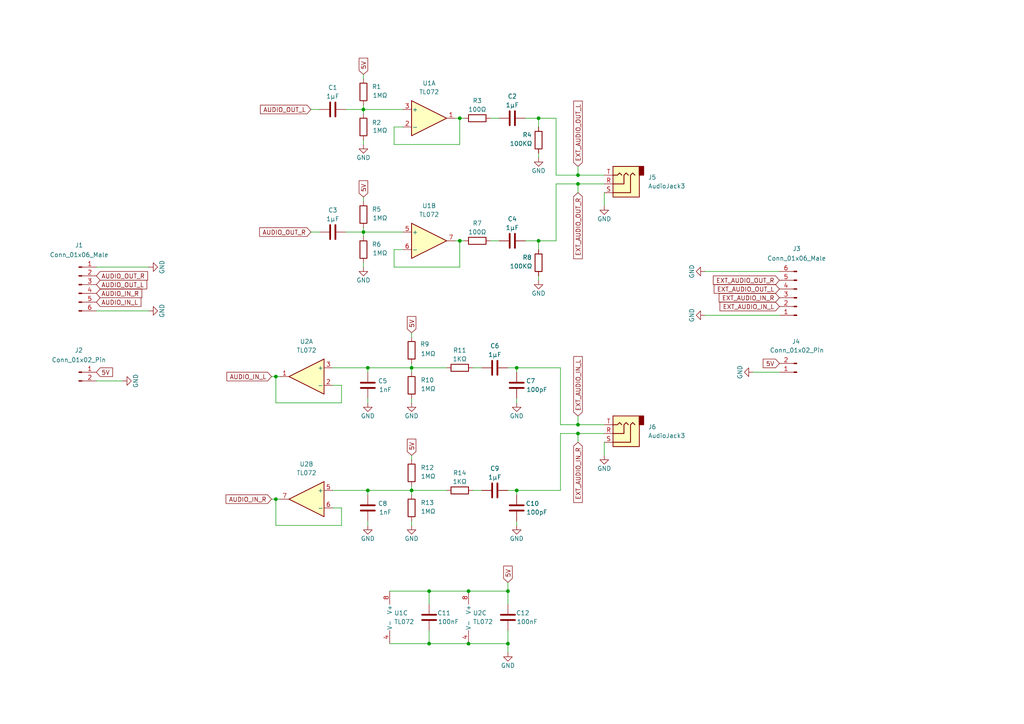
<source format=kicad_sch>
(kicad_sch (version 20231120) (generator "eeschema") (generator_version "8.0")
  (paper "A4")
  (title_block (title "Daisy Seed Development Kit Audio Buffer TL072") (date "2024-03-05") (rev "1.0.1"))
  (lib_symbols
    (symbol "Amplifier_Operational:TL072" (pin_names (offset 0.127))
      (property "Reference" "U" (at 0 5.08 0))
      (property "Value" "TL072" (at 0 -5.08 0))
      (symbol "TL072_1_1"
        (polyline (pts (xy -5.08 5.08) (xy 5.08 0) (xy -5.08 -5.08) (xy -5.08 5.08)) (stroke (width 0.254)) (fill (type background)))
        (pin output line (at 7.62 0 180) (length 2.54) (name "~") (number "1"))
        (pin input line (at -7.62 -2.54 0) (length 2.54) (name "-") (number "2"))
        (pin input line (at -7.62 2.54 0) (length 2.54) (name "+") (number "3"))
      )
      (symbol "TL072_2_1"
        (polyline (pts (xy -5.08 5.08) (xy 5.08 0) (xy -5.08 -5.08) (xy -5.08 5.08)) (stroke (width 0.254)) (fill (type background)))
        (pin input line (at -7.62 2.54 0) (length 2.54) (name "+") (number "5"))
        (pin input line (at -7.62 -2.54 0) (length 2.54) (name "-") (number "6"))
        (pin output line (at 7.62 0 180) (length 2.54) (name "~") (number "7"))
      )
      (symbol "TL072_3_1"
        (pin power_in line (at -2.54 -7.62 90) (length 3.81) (name "V-") (number "4"))
        (pin power_in line (at -2.54 7.62 270) (length 3.81) (name "V+") (number "8"))
      )
    )
    (symbol "Connector:AudioJack3"
      (property "Reference" "J" (at 0 8.89 0))
      (property "Value" "AudioJack3" (at 0 6.35 0))
      (symbol "AudioJack3_0_1"
        (rectangle (start -5.08 -5.08) (end -6.35 -2.54) (stroke (width 0.254)) (fill (type outline)))
        (polyline (pts (xy 0 -2.54) (xy 0.635 -3.175) (xy 1.27 -2.54) (xy 2.54 -2.54)) (stroke (width 0.254)))
        (polyline (pts (xy -1.905 -2.54) (xy -1.27 -3.175) (xy -0.635 -2.54) (xy -0.635 0) (xy 2.54 0)) (stroke (width 0.254)))
        (polyline (pts (xy 2.54 2.54) (xy -2.54 2.54) (xy -2.54 -2.54) (xy -3.175 -3.175) (xy -3.81 -2.54)) (stroke (width 0.254)))
        (rectangle (start 2.54 3.81) (end -5.08 -5.08) (stroke (width 0.254)) (fill (type background)))
      )
      (symbol "AudioJack3_1_1"
        (pin passive line (at 5.08 0 180) (length 2.54) (name "~") (number "R"))
        (pin passive line (at 5.08 2.54 180) (length 2.54) (name "~") (number "S"))
        (pin passive line (at 5.08 -2.54 180) (length 2.54) (name "~") (number "T"))
      )
    )
    (symbol "Connector:Conn_01x02_Pin" (pin_names (offset 1.016) hide)
      (property "Reference" "J" (at 0 2.54 0))
      (property "Value" "Conn_01x02_Pin" (at 0 -5.08 0))
      (symbol "Conn_01x02_Pin_1_1"
        (polyline (pts (xy 1.27 -2.54) (xy 0.8636 -2.54)) (stroke (width 0.1524)))
        (polyline (pts (xy 1.27 0) (xy 0.8636 0)) (stroke (width 0.1524)))
        (rectangle (start 0.8636 -2.413) (end 0 -2.667) (stroke (width 0.1524)) (fill (type outline)))
        (rectangle (start 0.8636 0.127) (end 0 -0.127) (stroke (width 0.1524)) (fill (type outline)))
        (pin passive line (at 5.08 0 180) (length 3.81) (name "Pin_1") (number "1"))
        (pin passive line (at 5.08 -2.54 180) (length 3.81) (name "Pin_2") (number "2"))
      )
    )
    (symbol "Connector:Conn_01x06_Male" (pin_names (offset 1.016) hide)
      (property "Reference" "J" (at 0 7.62 0))
      (property "Value" "Conn_01x06_Male" (at 0 -10.16 0))
      (symbol "Conn_01x06_Male_1_1"
        (polyline (pts (xy 1.27 -7.62) (xy 0.8636 -7.62)) (stroke (width 0.1524)))
        (polyline (pts (xy 1.27 -5.08) (xy 0.8636 -5.08)) (stroke (width 0.1524)))
        (polyline (pts (xy 1.27 -2.54) (xy 0.8636 -2.54)) (stroke (width 0.1524)))
        (polyline (pts (xy 1.27 0) (xy 0.8636 0)) (stroke (width 0.1524)))
        (polyline (pts (xy 1.27 2.54) (xy 0.8636 2.54)) (stroke (width 0.1524)))
        (polyline (pts (xy 1.27 5.08) (xy 0.8636 5.08)) (stroke (width 0.1524)))
        (rectangle (start 0.8636 -7.493) (end 0 -7.747) (stroke (width 0.1524)) (fill (type outline)))
        (rectangle (start 0.8636 -4.953) (end 0 -5.207) (stroke (width 0.1524)) (fill (type outline)))
        (rectangle (start 0.8636 -2.413) (end 0 -2.667) (stroke (width 0.1524)) (fill (type outline)))
        (rectangle (start 0.8636 0.127) (end 0 -0.127) (stroke (width 0.1524)) (fill (type outline)))
        (rectangle (start 0.8636 2.667) (end 0 2.413) (stroke (width 0.1524)) (fill (type outline)))
        (rectangle (start 0.8636 5.207) (end 0 4.953) (stroke (width 0.1524)) (fill (type outline)))
        (pin passive line (at 5.08 5.08 180) (length 3.81) (name "Pin_1") (number "1"))
        (pin passive line (at 5.08 2.54 180) (length 3.81) (name "Pin_2") (number "2"))
        (pin passive line (at 5.08 0 180) (length 3.81) (name "Pin_3") (number "3"))
        (pin passive line (at 5.08 -2.54 180) (length 3.81) (name "Pin_4") (number "4"))
        (pin passive line (at 5.08 -5.08 180) (length 3.81) (name "Pin_5") (number "5"))
        (pin passive line (at 5.08 -7.62 180) (length 3.81) (name "Pin_6") (number "6"))
      )
    )
    (symbol "Device:C" (pin_numbers hide) (pin_names (offset 0.254))
      (property "Reference" "C" (at 0.635 2.54 0))
      (property "Value" "C" (at 0.635 -2.54 0))
      (symbol "C_0_1"
        (polyline (pts (xy -2.032 -0.762) (xy 2.032 -0.762)) (stroke (width 0.508)))
        (polyline (pts (xy -2.032 0.762) (xy 2.032 0.762)) (stroke (width 0.508)))
      )
      (symbol "C_1_1"
        (pin passive line (at 0 3.81 270) (length 2.794) (name "~") (number "1"))
        (pin passive line (at 0 -3.81 90) (length 2.794) (name "~") (number "2"))
      )
    )
    (symbol "Device:R" (pin_numbers hide) (pin_names (offset 0))
      (property "Reference" "R" (at 2.032 0 90))
      (property "Value" "R" (at 0 0 90))
      (symbol "R_0_1"
        (rectangle (start -1.016 -2.54) (end 1.016 2.54) (stroke (width 0.254)))
      )
      (symbol "R_1_1"
        (pin passive line (at 0 3.81 270) (length 1.27) (name "~") (number "1"))
        (pin passive line (at 0 -3.81 90) (length 1.27) (name "~") (number "2"))
      )
    )
    (symbol "power:GND" (power) (pin_names (offset 0))
      (property "Value" "GND" (at 0 -3.81 0))
      (symbol "GND_0_1"
        (polyline (pts (xy 0 0) (xy 0 -1.27) (xy 1.27 -1.27) (xy 0 -2.54) (xy -1.27 -1.27) (xy 0 -1.27)))
      )
      (symbol "GND_1_1"
        (pin power_in line (at 0 0 270) (length 0) hide (name "GND") (number "1"))
      )
    )
  )
  (junction (at 80.01 109.22))
  (junction (at 124.46 171.45))
  (junction (at 147.32 171.45))
  (junction (at 133.35 69.85))
  (junction (at 135.89 171.45))
  (junction (at 119.38 106.68))
  (junction (at 156.21 69.85))
  (junction (at 106.68 142.24))
  (junction (at 105.41 31.75))
  (junction (at 167.64 123.19))
  (junction (at 149.86 106.68))
  (junction (at 147.32 186.69))
  (junction (at 105.41 67.31))
  (junction (at 119.38 142.24))
  (junction (at 135.89 186.69))
  (junction (at 156.21 34.29))
  (junction (at 106.68 106.68))
  (junction (at 167.64 125.73))
  (junction (at 133.35 34.29))
  (junction (at 80.01 144.78))
  (junction (at 149.86 142.24))
  (junction (at 167.64 53.34))
  (junction (at 124.46 186.69))
  (junction (at 167.64 50.8))
  (wire (pts (xy 204.47 91.44) (xy 226.06 91.44)))
  (wire (pts (xy 80.01 144.78) (xy 80.01 152.4)))
  (wire (pts (xy 96.52 147.32) (xy 99.06 147.32)))
  (wire (pts (xy 147.32 171.45) (xy 147.32 175.26)))
  (wire (pts (xy 116.84 36.83) (xy 114.3 36.83)))
  (wire (pts (xy 105.41 57.15) (xy 105.41 58.42)))
  (wire (pts (xy 156.21 34.29) (xy 161.29 34.29)))
  (wire (pts (xy 27.94 110.49) (xy 35.56 110.49)))
  (wire (pts (xy 175.26 53.34) (xy 167.64 53.34)))
  (wire (pts (xy 156.21 34.29) (xy 156.21 36.83)))
  (wire (pts (xy 119.38 115.57) (xy 119.38 116.84)))
  (wire (pts (xy 147.32 189.23) (xy 147.32 186.69)))
  (wire (pts (xy 149.86 142.24) (xy 162.56 142.24)))
  (wire (pts (xy 96.52 142.24) (xy 106.68 142.24)))
  (wire (pts (xy 96.52 106.68) (xy 106.68 106.68)))
  (wire (pts (xy 106.68 151.13) (xy 106.68 152.4)))
  (wire (pts (xy 113.03 171.45) (xy 124.46 171.45)))
  (wire (pts (xy 114.3 72.39) (xy 114.3 77.47)))
  (wire (pts (xy 105.41 66.04) (xy 105.41 67.31)))
  (wire (pts (xy 124.46 171.45) (xy 135.89 171.45)))
  (wire (pts (xy 156.21 69.85) (xy 156.21 72.39)))
  (wire (pts (xy 124.46 186.69) (xy 135.89 186.69)))
  (wire (pts (xy 161.29 34.29) (xy 161.29 50.8)))
  (wire (pts (xy 167.64 125.73) (xy 167.64 128.27)))
  (wire (pts (xy 99.06 147.32) (xy 99.06 152.4)))
  (wire (pts (xy 137.16 106.68) (xy 139.7 106.68)))
  (wire (pts (xy 161.29 50.8) (xy 167.64 50.8)))
  (wire (pts (xy 147.32 168.91) (xy 147.32 171.45)))
  (wire (pts (xy 167.64 125.73) (xy 175.26 125.73)))
  (wire (pts (xy 105.41 67.31) (xy 116.84 67.31)))
  (wire (pts (xy 133.35 34.29) (xy 134.62 34.29)))
  (wire (pts (xy 105.41 30.48) (xy 105.41 31.75)))
  (wire (pts (xy 106.68 142.24) (xy 119.38 142.24)))
  (wire (pts (xy 119.38 142.24) (xy 119.38 143.51)))
  (wire (pts (xy 162.56 125.73) (xy 167.64 125.73)))
  (wire (pts (xy 137.16 142.24) (xy 139.7 142.24)))
  (wire (pts (xy 132.08 34.29) (xy 133.35 34.29)))
  (wire (pts (xy 162.56 123.19) (xy 167.64 123.19)))
  (wire (pts (xy 147.32 182.88) (xy 147.32 186.69)))
  (wire (pts (xy 106.68 106.68) (xy 119.38 106.68)))
  (wire (pts (xy 167.64 53.34) (xy 167.64 55.88)))
  (wire (pts (xy 226.06 107.95) (xy 218.44 107.95)))
  (wire (pts (xy 100.33 67.31) (xy 105.41 67.31)))
  (wire (pts (xy 162.56 106.68) (xy 149.86 106.68)))
  (wire (pts (xy 90.17 31.75) (xy 92.71 31.75)))
  (wire (pts (xy 80.01 109.22) (xy 80.01 116.84)))
  (wire (pts (xy 78.74 109.22) (xy 80.01 109.22)))
  (wire (pts (xy 99.06 111.76) (xy 99.06 116.84)))
  (wire (pts (xy 149.86 151.13) (xy 149.86 152.4)))
  (wire (pts (xy 149.86 106.68) (xy 149.86 107.95)))
  (wire (pts (xy 175.26 59.69) (xy 175.26 55.88)))
  (wire (pts (xy 105.41 77.47) (xy 105.41 76.2)))
  (wire (pts (xy 119.38 105.41) (xy 119.38 106.68)))
  (wire (pts (xy 105.41 67.31) (xy 105.41 68.58)))
  (wire (pts (xy 106.68 106.68) (xy 106.68 107.95)))
  (wire (pts (xy 106.68 142.24) (xy 106.68 143.51)))
  (wire (pts (xy 119.38 106.68) (xy 119.38 107.95)))
  (wire (pts (xy 119.38 140.97) (xy 119.38 142.24)))
  (wire (pts (xy 124.46 182.88) (xy 124.46 186.69)))
  (wire (pts (xy 149.86 106.68) (xy 147.32 106.68)))
  (wire (pts (xy 119.38 151.13) (xy 119.38 152.4)))
  (wire (pts (xy 106.68 115.57) (xy 106.68 116.84)))
  (wire (pts (xy 114.3 41.91) (xy 133.35 41.91)))
  (wire (pts (xy 162.56 106.68) (xy 162.56 123.19)))
  (wire (pts (xy 152.4 69.85) (xy 156.21 69.85)))
  (wire (pts (xy 105.41 41.91) (xy 105.41 40.64)))
  (wire (pts (xy 133.35 77.47) (xy 133.35 69.85)))
  (wire (pts (xy 142.24 34.29) (xy 144.78 34.29)))
  (wire (pts (xy 175.26 132.08) (xy 175.26 128.27)))
  (wire (pts (xy 161.29 53.34) (xy 161.29 69.85)))
  (wire (pts (xy 149.86 115.57) (xy 149.86 116.84)))
  (wire (pts (xy 119.38 106.68) (xy 129.54 106.68)))
  (wire (pts (xy 162.56 125.73) (xy 162.56 142.24)))
  (wire (pts (xy 78.74 144.78) (xy 80.01 144.78)))
  (wire (pts (xy 156.21 80.01) (xy 156.21 81.28)))
  (wire (pts (xy 119.38 96.52) (xy 119.38 97.79)))
  (wire (pts (xy 135.89 171.45) (xy 147.32 171.45)))
  (wire (pts (xy 133.35 34.29) (xy 133.35 41.91)))
  (wire (pts (xy 80.01 109.22) (xy 81.28 109.22)))
  (wire (pts (xy 152.4 34.29) (xy 156.21 34.29)))
  (wire (pts (xy 119.38 142.24) (xy 129.54 142.24)))
  (wire (pts (xy 99.06 116.84) (xy 80.01 116.84)))
  (wire (pts (xy 80.01 144.78) (xy 81.28 144.78)))
  (wire (pts (xy 167.64 50.8) (xy 175.26 50.8)))
  (wire (pts (xy 167.64 53.34) (xy 161.29 53.34)))
  (wire (pts (xy 99.06 152.4) (xy 80.01 152.4)))
  (wire (pts (xy 156.21 69.85) (xy 161.29 69.85)))
  (wire (pts (xy 119.38 132.08) (xy 119.38 133.35)))
  (wire (pts (xy 27.94 90.17) (xy 43.18 90.17)))
  (wire (pts (xy 124.46 171.45) (xy 124.46 175.26)))
  (wire (pts (xy 100.33 31.75) (xy 105.41 31.75)))
  (wire (pts (xy 135.89 186.69) (xy 147.32 186.69)))
  (wire (pts (xy 105.41 31.75) (xy 105.41 33.02)))
  (wire (pts (xy 90.17 67.31) (xy 92.71 67.31)))
  (wire (pts (xy 132.08 69.85) (xy 133.35 69.85)))
  (wire (pts (xy 105.41 31.75) (xy 116.84 31.75)))
  (wire (pts (xy 114.3 77.47) (xy 133.35 77.47)))
  (wire (pts (xy 149.86 142.24) (xy 149.86 143.51)))
  (wire (pts (xy 167.64 123.19) (xy 175.26 123.19)))
  (wire (pts (xy 114.3 36.83) (xy 114.3 41.91)))
  (wire (pts (xy 133.35 69.85) (xy 134.62 69.85)))
  (wire (pts (xy 27.94 77.47) (xy 43.18 77.47)))
  (wire (pts (xy 204.47 78.74) (xy 226.06 78.74)))
  (wire (pts (xy 116.84 72.39) (xy 114.3 72.39)))
  (wire (pts (xy 156.21 44.45) (xy 156.21 45.72)))
  (wire (pts (xy 96.52 111.76) (xy 99.06 111.76)))
  (wire (pts (xy 142.24 69.85) (xy 144.78 69.85)))
  (wire (pts (xy 147.32 142.24) (xy 149.86 142.24)))
  (wire (pts (xy 113.03 186.69) (xy 124.46 186.69)))
  (wire (pts (xy 105.41 21.59) (xy 105.41 22.86)))
  (wire (pts (xy 167.64 120.65) (xy 167.64 123.19)))
  (wire (pts (xy 167.64 48.26) (xy 167.64 50.8)))
  (global_label "AUDIO_IN_R" (shape input) (at 78.74 144.78 180) (property "Intersheetrefs" "${INTERSHEET_REFS}" (effects (hide yes))))
  (global_label "AUDIO_OUT_R" (shape input) (at 27.94 80.01 0) (property "Intersheetrefs" "${INTERSHEET_REFS}" (effects (hide yes))))
  (global_label "5V" (shape input) (at 147.32 168.91 90) (property "Intersheetrefs" "${INTERSHEET_REFS}" (effects (hide yes))))
  (global_label "5V" (shape input) (at 105.41 57.15 90) (property "Intersheetrefs" "${INTERSHEET_REFS}" (effects (hide yes))))
  (global_label "AUDIO_IN_L" (shape input) (at 78.74 109.22 180) (property "Intersheetrefs" "${INTERSHEET_REFS}" (effects (hide yes))))
  (global_label "5V" (shape input) (at 105.41 21.59 90) (property "Intersheetrefs" "${INTERSHEET_REFS}" (effects (hide yes))))
  (global_label "EXT_AUDIO_OUT_L" (shape input) (at 226.06 83.82 180) (property "Intersheetrefs" "${INTERSHEET_REFS}" (effects (hide yes))))
  (global_label "AUDIO_IN_R" (shape input) (at 27.94 85.09 0) (property "Intersheetrefs" "${INTERSHEET_REFS}" (effects (hide yes))))
  (global_label "AUDIO_OUT_L" (shape input) (at 27.94 82.55 0) (property "Intersheetrefs" "${INTERSHEET_REFS}" (effects (hide yes))))
  (global_label "5V" (shape input) (at 226.06 105.41 180) (property "Intersheetrefs" "${INTERSHEET_REFS}" (effects (hide yes))))
  (global_label "5V" (shape input) (at 119.38 132.08 90) (property "Intersheetrefs" "${INTERSHEET_REFS}" (effects (hide yes))))
  (global_label "AUDIO_OUT_R" (shape input) (at 90.17 67.31 180) (property "Intersheetrefs" "${INTERSHEET_REFS}" (effects (hide yes))))
  (global_label "EXT_AUDIO_IN_L" (shape input) (at 226.06 88.9 180) (property "Intersheetrefs" "${INTERSHEET_REFS}" (effects (hide yes))))
  (global_label "EXT_AUDIO_OUT_R" (shape input) (at 167.64 55.88 270) (property "Intersheetrefs" "${INTERSHEET_REFS}" (effects (hide yes))))
  (global_label "5V" (shape input) (at 27.94 107.95 0) (property "Intersheetrefs" "${INTERSHEET_REFS}" (effects (hide yes))))
  (global_label "AUDIO_OUT_L" (shape input) (at 90.17 31.75 180) (property "Intersheetrefs" "${INTERSHEET_REFS}" (effects (hide yes))))
  (global_label "EXT_AUDIO_IN_R" (shape input) (at 226.06 86.36 180) (property "Intersheetrefs" "${INTERSHEET_REFS}" (effects (hide yes))))
  (global_label "EXT_AUDIO_IN_L" (shape input) (at 167.64 120.65 90) (property "Intersheetrefs" "${INTERSHEET_REFS}" (effects (hide yes))))
  (global_label "EXT_AUDIO_OUT_R" (shape input) (at 226.06 81.28 180) (property "Intersheetrefs" "${INTERSHEET_REFS}" (effects (hide yes))))
  (global_label "EXT_AUDIO_OUT_L" (shape input) (at 167.64 48.26 90) (property "Intersheetrefs" "${INTERSHEET_REFS}" (effects (hide yes))))
  (global_label "EXT_AUDIO_IN_R" (shape input) (at 167.64 128.27 270) (property "Intersheetrefs" "${INTERSHEET_REFS}" (effects (hide yes))))
  (global_label "5V" (shape input) (at 119.38 96.52 90) (property "Intersheetrefs" "${INTERSHEET_REFS}" (effects (hide yes))))
  (global_label "AUDIO_IN_L" (shape input) (at 27.94 87.63 0) (property "Intersheetrefs" "${INTERSHEET_REFS}" (effects (hide yes))))
  (symbol (lib_id "power:GND") (at 204.47 91.44 270) (mirror x) (unit 1)
    (property "Reference" "#PWR06" (effects (hide yes)))
    (property "Value" "GND" (at 200.66 91.44 0))
  )
  (symbol (lib_id "power:GND") (at 149.86 116.84 0) (mirror y) (unit 1)
    (property "Reference" "#PWR016" (effects (hide yes)))
    (property "Value" "GND" (at 149.86 120.65 0))
  )
  (symbol (lib_id "power:GND") (at 43.18 77.47 90) (mirror x) (unit 1)
    (property "Reference" "#PWR08" (effects (hide yes)))
    (property "Value" "GND" (at 46.99 77.47 0))
  )
  (symbol (lib_id "Amplifier_Operational:TL072") (at 115.57 179.07 0) (unit 3)
    (property "Reference" "U1" (at 114.3 177.7999 0) (effects (justify left)))
    (property "Value" "TL072" (at 114.3 180.3399 0) (effects (justify left)))
    (property "Datasheet" "http://www.ti.com/lit/ds/symlink/tl071.pdf" (effects (hide yes)))
    (property "Description" "Dual Low-Noise JFET-Input Operational Amplifiers, DIP-8/SOIC-8" (effects (hide yes)))
  )
  (symbol (lib_id "Connector:Conn_01x02_Pin") (at 22.86 107.95 0) (unit 1)
    (property "Reference" "J2" (at 22.86 101.6 0))
    (property "Value" "Conn_01x02_Pin" (at 22.86 104.394 0))
    (property "Description" "Generic connector, single row, 01x02, script generated" (effects (hide yes)))
  )
  (symbol (lib_id "power:GND") (at 35.56 110.49 90) (mirror x) (unit 1)
    (property "Reference" "#PWR07" (effects (hide yes)))
    (property "Value" "GND" (at 39.37 110.49 0))
  )
  (symbol (lib_id "Device:C") (at 96.52 67.31 90) (unit 1)
    (property "Reference" "C3" (at 96.52 60.96 90))
    (property "Value" "1μF" (at 96.52 63.5 90))
    (property "Footprint" "Capacitor_THT:C_Disc_D5.0mm_W2.5mm_P2.50mm" (effects (hide yes)))
  )
  (symbol (lib_id "Amplifier_Operational:TL072") (at 124.46 34.29 0) (unit 1)
    (property "Reference" "U1" (at 124.46 24.13 0))
    (property "Value" "TL072" (at 124.46 26.67 0))
    (property "Datasheet" "http://www.ti.com/lit/ds/symlink/tl071.pdf" (effects (hide yes)))
    (property "Description" "Dual Low-Noise JFET-Input Operational Amplifiers, DIP-8/SOIC-8" (effects (hide yes)))
  )
  (symbol (lib_id "Device:C") (at 147.32 179.07 0) (unit 1)
    (property "Reference" "C12" (at 151.638 177.8 0))
    (property "Value" "100nF" (at 152.908 180.34 0))
    (property "Footprint" "Capacitor_THT:C_Disc_D5.0mm_W2.5mm_P2.50mm" (effects (hide yes)))
  )
  (symbol (lib_id "power:GND") (at 106.68 116.84 0) (mirror y) (unit 1)
    (property "Reference" "#PWR015" (effects (hide yes)))
    (property "Value" "GND" (at 106.68 120.65 0))
  )
  (symbol (lib_id "Amplifier_Operational:TL072") (at 138.43 179.07 0) (unit 3)
    (property "Reference" "U2" (at 137.16 177.7999 0) (effects (justify left)))
    (property "Value" "TL072" (at 137.16 180.3399 0) (effects (justify left)))
    (property "Datasheet" "http://www.ti.com/lit/ds/symlink/tl071.pdf" (effects (hide yes)))
    (property "Description" "Dual Low-Noise JFET-Input Operational Amplifiers, DIP-8/SOIC-8" (effects (hide yes)))
  )
  (symbol (lib_id "Connector:AudioJack3") (at 180.34 53.34 180) (unit 1)
    (property "Reference" "J5" (at 187.96 51.4349 0) (effects (justify right)))
    (property "Value" "AudioJack3" (at 187.96 53.9749 0) (effects (justify right)))
    (property "Footprint" "Protoplasma.pretty:PJ-307" (effects (hide yes)))
  )
  (symbol (lib_id "Device:R") (at 119.38 101.6 180) (unit 1)
    (property "Reference" "R9" (at 123.19 99.822 0))
    (property "Value" "1MΩ" (at 124.206 102.616 0))
    (property "Footprint" "Resistor_THT:R_Axial_DIN0207_L6.3mm_D2.5mm_P10.16mm_Horizontal" (effects (hide yes)))
  )
  (symbol (lib_id "power:GND") (at 175.26 132.08 0) (mirror y) (unit 1)
    (property "Reference" "#PWR020" (effects (hide yes)))
    (property "Value" "GND" (at 175.26 135.89 0))
  )
  (symbol (lib_id "Device:R") (at 133.35 142.24 90) (unit 1)
    (property "Reference" "R14" (at 133.35 137.16 90))
    (property "Value" "1KΩ" (at 133.35 139.7 90))
    (property "Footprint" "Resistor_THT:R_Axial_DIN0207_L6.3mm_D2.5mm_P10.16mm_Horizontal" (effects (hide yes)))
  )
  (symbol (lib_id "Device:R") (at 156.21 40.64 180) (unit 1)
    (property "Reference" "R4" (at 152.908 39.116 0))
    (property "Value" "100KΩ" (at 151.13 41.656 0))
    (property "Footprint" "Resistor_THT:R_Axial_DIN0207_L6.3mm_D2.5mm_P10.16mm_Horizontal" (effects (hide yes)))
  )
  (symbol (lib_id "Connector:Conn_01x06_Male") (at 231.14 86.36 180) (unit 1)
    (property "Reference" "J3" (at 229.87 72.136 0) (effects (justify right)))
    (property "Value" "Conn_01x06_Male" (at 222.504 74.93 0) (effects (justify right)))
    (property "Footprint" "Connector_PinSocket_2.54mm:PinSocket_1x06_P2.54mm_Vertical" (effects (hide yes)))
  )
  (symbol (lib_id "Device:R") (at 105.41 36.83 180) (unit 1)
    (property "Reference" "R2" (at 109.22 35.56 0))
    (property "Value" "1MΩ" (at 110.236 37.846 0))
    (property "Footprint" "Resistor_THT:R_Axial_DIN0207_L6.3mm_D2.5mm_P10.16mm_Horizontal" (effects (hide yes)))
  )
  (symbol (lib_id "power:GND") (at 43.18 90.17 90) (mirror x) (unit 1)
    (property "Reference" "#PWR09" (effects (hide yes)))
    (property "Value" "GND" (at 46.99 90.17 0))
  )
  (symbol (lib_id "power:GND") (at 106.68 152.4 0) (mirror y) (unit 1)
    (property "Reference" "#PWR017" (effects (hide yes)))
    (property "Value" "GND" (at 106.68 156.21 0))
  )
  (symbol (lib_id "Amplifier_Operational:TL072") (at 124.46 69.85 0) (unit 2)
    (property "Reference" "U1" (at 124.46 59.69 0))
    (property "Value" "TL072" (at 124.46 62.23 0))
    (property "Datasheet" "http://www.ti.com/lit/ds/symlink/tl071.pdf" (effects (hide yes)))
    (property "Description" "Dual Low-Noise JFET-Input Operational Amplifiers, DIP-8/SOIC-8" (effects (hide yes)))
  )
  (symbol (lib_id "Connector:Conn_01x06_Male") (at 22.86 82.55 0) (unit 1)
    (property "Reference" "J1" (at 24.13 71.12 0) (effects (justify right)))
    (property "Value" "Conn_01x06_Male" (at 31.496 73.914 0) (effects (justify right)))
    (property "Footprint" "Connector_PinSocket_2.54mm:PinSocket_1x06_P2.54mm_Vertical" (effects (hide yes)))
  )
  (symbol (lib_id "power:GND") (at 204.47 78.74 270) (mirror x) (unit 1)
    (property "Reference" "#PWR05" (effects (hide yes)))
    (property "Value" "GND" (at 200.66 78.74 0))
  )
  (symbol (lib_id "power:GND") (at 105.41 41.91 0) (mirror y) (unit 1)
    (property "Reference" "#PWR010" (effects (hide yes)))
    (property "Value" "GND" (at 105.41 45.72 0))
  )
  (symbol (lib_id "power:GND") (at 156.21 45.72 0) (mirror y) (unit 1)
    (property "Reference" "#PWR012" (effects (hide yes)))
    (property "Value" "GND" (at 156.21 49.53 0))
  )
  (symbol (lib_id "Device:C") (at 143.51 142.24 90) (unit 1)
    (property "Reference" "C9" (at 143.51 135.89 90))
    (property "Value" "1μF" (at 143.51 138.43 90))
    (property "Footprint" "Capacitor_THT:C_Disc_D5.0mm_W2.5mm_P5.00mm" (effects (hide yes)))
  )
  (symbol (lib_id "Device:C") (at 96.52 31.75 90) (unit 1)
    (property "Reference" "C1" (at 96.52 25.4 90))
    (property "Value" "1μF" (at 96.52 27.94 90))
    (property "Footprint" "Capacitor_THT:C_Disc_D5.0mm_W2.5mm_P2.50mm" (effects (hide yes)))
  )
  (symbol (lib_id "power:GND") (at 147.32 189.23 0) (mirror y) (unit 1)
    (property "Reference" "#PWR021" (effects (hide yes)))
    (property "Value" "GND" (at 147.32 193.04 0))
  )
  (symbol (lib_id "Device:C") (at 148.59 69.85 90) (unit 1)
    (property "Reference" "C4" (at 148.59 63.5 90))
    (property "Value" "1μF" (at 148.59 66.04 90))
    (property "Footprint" "Capacitor_THT:C_Disc_D5.0mm_W2.5mm_P2.50mm" (effects (hide yes)))
  )
  (symbol (lib_id "Device:C") (at 124.46 179.07 0) (unit 1)
    (property "Reference" "C11" (at 128.778 177.8 0))
    (property "Value" "100nF" (at 130.048 180.34 0))
    (property "Footprint" "Capacitor_THT:C_Disc_D5.0mm_W2.5mm_P2.50mm" (effects (hide yes)))
  )
  (symbol (lib_id "Device:R") (at 119.38 137.16 180) (unit 1)
    (property "Reference" "R12" (at 123.952 135.636 0))
    (property "Value" "1MΩ" (at 124.206 138.176 0))
    (property "Footprint" "Resistor_THT:R_Axial_DIN0207_L6.3mm_D2.5mm_P10.16mm_Horizontal" (effects (hide yes)))
  )
  (symbol (lib_id "power:GND") (at 105.41 77.47 0) (mirror y) (unit 1)
    (property "Reference" "#PWR011" (effects (hide yes)))
    (property "Value" "GND" (at 105.41 81.28 0))
  )
  (symbol (lib_id "Device:R") (at 156.21 76.2 180) (unit 1)
    (property "Reference" "R8" (at 152.908 74.676 0))
    (property "Value" "100KΩ" (at 151.13 77.216 0))
    (property "Footprint" "Resistor_THT:R_Axial_DIN0207_L6.3mm_D2.5mm_P10.16mm_Horizontal" (effects (hide yes)))
  )
  (symbol (lib_id "Device:R") (at 105.41 72.39 180) (unit 1)
    (property "Reference" "R6" (at 109.22 70.866 0))
    (property "Value" "1MΩ" (at 110.236 73.406 0))
    (property "Footprint" "Resistor_THT:R_Axial_DIN0207_L6.3mm_D2.5mm_P10.16mm_Horizontal" (effects (hide yes)))
  )
  (symbol (lib_id "Device:C") (at 149.86 147.32 0) (unit 1)
    (property "Reference" "C10" (at 154.432 146.05 0))
    (property "Value" "100pF" (at 155.702 148.59 0))
    (property "Footprint" "Capacitor_THT:C_Disc_D5.0mm_W2.5mm_P2.50mm" (effects (hide yes)))
  )
  (symbol (lib_id "power:GND") (at 119.38 116.84 0) (mirror y) (unit 1)
    (property "Reference" "#PWR014" (effects (hide yes)))
    (property "Value" "GND" (at 119.38 120.65 0))
  )
  (symbol (lib_id "Device:R") (at 119.38 111.76 180) (unit 1)
    (property "Reference" "R10" (at 123.952 110.236 0))
    (property "Value" "1MΩ" (at 124.206 112.776 0))
    (property "Footprint" "Resistor_THT:R_Axial_DIN0207_L6.3mm_D2.5mm_P10.16mm_Horizontal" (effects (hide yes)))
  )
  (symbol (lib_id "power:GND") (at 218.44 107.95 270) (mirror x) (unit 1)
    (property "Reference" "#PWR01" (effects (hide yes)))
    (property "Value" "GND" (at 214.63 107.95 0))
  )
  (symbol (lib_id "Device:R") (at 105.41 26.67 180) (unit 1)
    (property "Reference" "R1" (at 109.22 25.146 0))
    (property "Value" "1MΩ" (at 110.236 27.686 0))
    (property "Footprint" "Resistor_THT:R_Axial_DIN0207_L6.3mm_D2.5mm_P10.16mm_Horizontal" (effects (hide yes)))
  )
  (symbol (lib_id "Device:C") (at 149.86 111.76 0) (unit 1)
    (property "Reference" "C7" (at 153.924 110.49 0))
    (property "Value" "100pF" (at 155.702 113.03 0))
    (property "Footprint" "Capacitor_THT:C_Disc_D5.0mm_W2.5mm_P2.50mm" (effects (hide yes)))
  )
  (symbol (lib_id "Device:C") (at 106.68 111.76 0) (unit 1)
    (property "Reference" "C5" (at 110.998 110.49 0))
    (property "Value" "1nF" (at 111.76 113.03 0))
    (property "Footprint" "Capacitor_THT:C_Disc_D5.0mm_W2.5mm_P2.50mm" (effects (hide yes)))
  )
  (symbol (lib_id "Device:C") (at 143.51 106.68 90) (unit 1)
    (property "Reference" "C6" (at 143.51 100.33 90))
    (property "Value" "1μF" (at 143.51 102.87 90))
    (property "Footprint" "Capacitor_THT:C_Disc_D5.0mm_W2.5mm_P5.00mm" (effects (hide yes)))
  )
  (symbol (lib_id "power:GND") (at 156.21 81.28 0) (mirror y) (unit 1)
    (property "Reference" "#PWR013" (effects (hide yes)))
    (property "Value" "GND" (at 156.21 85.09 0))
  )
  (symbol (lib_id "Connector:Conn_01x02_Pin") (at 231.14 107.95 180) (unit 1)
    (property "Reference" "J4" (at 230.886 99.06 0))
    (property "Value" "Conn_01x02_Pin" (at 231.14 101.6 0))
    (property "Description" "Generic connector, single row, 01x02, script generated" (effects (hide yes)))
  )
  (symbol (lib_id "Amplifier_Operational:TL072") (at 88.9 144.78 0) (mirror y) (unit 2)
    (property "Reference" "U2" (at 88.9 134.62 0))
    (property "Value" "TL072" (at 88.9 137.16 0))
    (property "Datasheet" "http://www.ti.com/lit/ds/symlink/tl071.pdf" (effects (hide yes)))
    (property "Description" "Dual Low-Noise JFET-Input Operational Amplifiers, DIP-8/SOIC-8" (effects (hide yes)))
  )
  (symbol (lib_id "Device:C") (at 148.59 34.29 90) (unit 1)
    (property "Reference" "C2" (at 148.59 27.94 90))
    (property "Value" "1μF" (at 148.59 30.48 90))
    (property "Footprint" "Capacitor_THT:C_Disc_D5.0mm_W2.5mm_P2.50mm" (effects (hide yes)))
  )
  (symbol (lib_id "Connector:AudioJack3") (at 180.34 125.73 180) (unit 1)
    (property "Reference" "J6" (at 187.96 123.8249 0) (effects (justify right)))
    (property "Value" "AudioJack3" (at 187.96 126.3649 0) (effects (justify right)))
    (property "Footprint" "Protoplasma.pretty:PJ-307" (effects (hide yes)))
  )
  (symbol (lib_id "power:GND") (at 149.86 152.4 0) (mirror y) (unit 1)
    (property "Reference" "#PWR019" (effects (hide yes)))
    (property "Value" "GND" (at 149.86 156.21 0))
  )
  (symbol (lib_id "power:GND") (at 175.26 59.69 0) (mirror y) (unit 1)
    (property "Reference" "#PWR04" (effects (hide yes)))
    (property "Value" "GND" (at 175.26 63.5 0))
  )
  (symbol (lib_id "Device:R") (at 119.38 147.32 180) (unit 1)
    (property "Reference" "R13" (at 123.952 145.796 0))
    (property "Value" "1MΩ" (at 124.206 148.336 0))
    (property "Footprint" "Resistor_THT:R_Axial_DIN0207_L6.3mm_D2.5mm_P10.16mm_Horizontal" (effects (hide yes)))
  )
  (symbol (lib_id "Device:R") (at 138.43 69.85 90) (unit 1)
    (property "Reference" "R7" (at 138.43 64.77 90))
    (property "Value" "100Ω" (at 138.43 67.31 90))
    (property "Footprint" "Resistor_THT:R_Axial_DIN0207_L6.3mm_D2.5mm_P10.16mm_Horizontal" (effects (hide yes)))
  )
  (symbol (lib_id "power:GND") (at 119.38 152.4 0) (mirror y) (unit 1)
    (property "Reference" "#PWR018" (effects (hide yes)))
    (property "Value" "GND" (at 119.38 156.21 0))
  )
  (symbol (lib_id "Device:R") (at 105.41 62.23 180) (unit 1)
    (property "Reference" "R5" (at 109.22 60.706 0))
    (property "Value" "1MΩ" (at 110.236 63.246 0))
    (property "Footprint" "Resistor_THT:R_Axial_DIN0207_L6.3mm_D2.5mm_P10.16mm_Horizontal" (effects (hide yes)))
  )
  (symbol (lib_id "Device:R") (at 133.35 106.68 90) (unit 1)
    (property "Reference" "R11" (at 133.35 101.6 90))
    (property "Value" "1KΩ" (at 133.35 104.14 90))
    (property "Footprint" "Resistor_THT:R_Axial_DIN0207_L6.3mm_D2.5mm_P10.16mm_Horizontal" (effects (hide yes)))
  )
  (symbol (lib_id "Device:R") (at 138.43 34.29 90) (unit 1)
    (property "Reference" "R3" (at 138.43 29.21 90))
    (property "Value" "100Ω" (at 138.43 31.75 90))
    (property "Footprint" "Resistor_THT:R_Axial_DIN0207_L6.3mm_D2.5mm_P10.16mm_Horizontal" (effects (hide yes)))
  )
  (symbol (lib_id "Device:C") (at 106.68 147.32 0) (unit 1)
    (property "Reference" "C8" (at 110.998 146.05 0))
    (property "Value" "1nF" (at 111.76 148.59 0))
    (property "Footprint" "Capacitor_THT:C_Disc_D5.0mm_W2.5mm_P2.50mm" (effects (hide yes)))
  )
  (symbol (lib_id "Amplifier_Operational:TL072") (at 88.9 109.22 0) (mirror y) (unit 1)
    (property "Reference" "U2" (at 88.9 99.06 0))
    (property "Value" "TL072" (at 88.9 101.6 0))
    (property "Datasheet" "http://www.ti.com/lit/ds/symlink/tl071.pdf" (effects (hide yes)))
    (property "Description" "Dual Low-Noise JFET-Input Operational Amplifiers, DIP-8/SOIC-8" (effects (hide yes)))
  )
)
</source>
